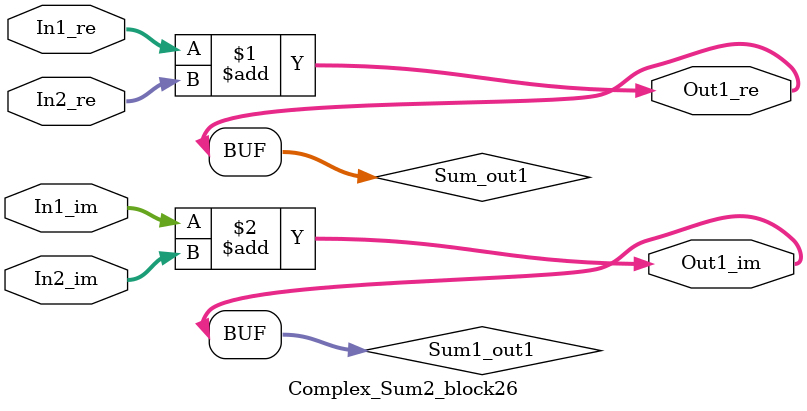
<source format=v>



`timescale 1 ns / 1 ns

module Complex_Sum2_block26
          (In1_re,
           In1_im,
           In2_re,
           In2_im,
           Out1_re,
           Out1_im);


  input   signed [36:0] In1_re;  // sfix37_En22
  input   signed [36:0] In1_im;  // sfix37_En22
  input   signed [36:0] In2_re;  // sfix37_En22
  input   signed [36:0] In2_im;  // sfix37_En22
  output  signed [36:0] Out1_re;  // sfix37_En22
  output  signed [36:0] Out1_im;  // sfix37_En22


  wire signed [36:0] Sum_out1;  // sfix37_En22
  wire signed [36:0] Sum1_out1;  // sfix37_En22


  assign Sum_out1 = In1_re + In2_re;



  assign Out1_re = Sum_out1;

  assign Sum1_out1 = In1_im + In2_im;



  assign Out1_im = Sum1_out1;

endmodule  // Complex_Sum2_block26


</source>
